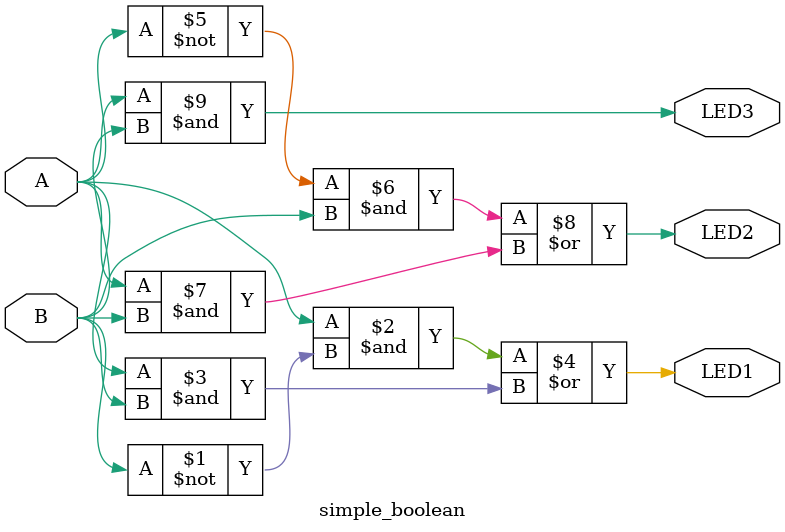
<source format=v>
`timescale 1ns / 1ps


module simple_boolean(
    input A,
    input B,
    output LED1,
    output LED2,
    output LED3
    );
    
    assign LED1 = (A & ~B) | (A & B);
    assign LED2 = (~A & B) | (A & B);
    assign LED3 = (A & B);
endmodule

</source>
